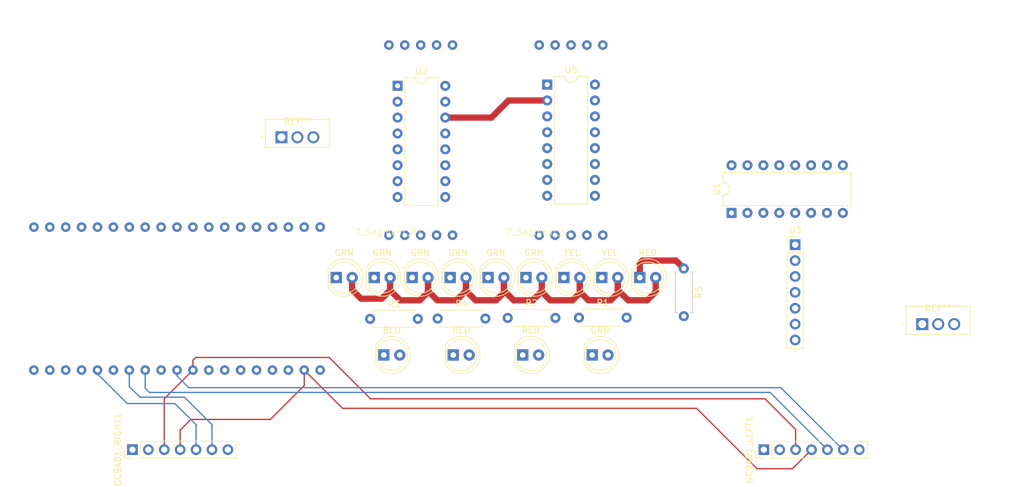
<source format=kicad_pcb>
(kicad_pcb (version 20221018) (generator pcbnew)
  (layers (0 "F.Cu" signal) (31 "B.Cu" signal) (34 "B.Paste" user) (35 "F.Paste" user) (36 "B.SilkS" user "B.Silkscreen") (37 "F.SilkS" user "F.Silkscreen") (38 "B.Mask" user) (39 "F.Mask" user) (44 "Edge.Cuts" user))
  (net 0 "")
  (net 1 "Net-(7_Segment_L1-E)")
  (net 2 "Net-(7_Segment_L1-D)")
  (net 3 "+5V")
  (net 4 "Net-(7_Segment_L1-C)")
  (net 5 "Net-(7_Segment_L1-DP)")
  (net 6 "Net-(7_Segment_L1-B)")
  (net 7 "Net-(7_Segment_L1-A)")
  (net 8 "Net-(7_Segment_L1-F)")
  (net 9 "Net-(7_Segment_L1-G)")
  (net 10 "Net-(7_Segment_R1-E)")
  (net 11 "Net-(7_Segment_R1-D)")
  (net 12 "Net-(7_Segment_R1-C)")
  (net 13 "Net-(7_Segment_R1-DP)")
  (net 14 "Net-(7_Segment_R1-B)")
  (net 15 "Net-(7_Segment_R1-A)")
  (net 16 "Net-(7_Segment_R1-F)")
  (net 17 "Net-(7_Segment_R1-G)")
  (net 18 "Net-(CVT_TEMP1-K)")
  (net 19 "Net-(CVT_TEMP1-A)")
  (net 20 "Net-(D5-K)")
  (net 21 "+3V3")
  (net 22 "Net-(D6-K)")
  (net 23 "Net-(D7-K)")
  (net 24 "Net-(D8-K)")
  (net 25 "Net-(D9-K)")
  (net 26 "Net-(D10-K)")
  (net 27 "Net-(D11-K)")
  (net 28 "Net-(D12-K)")
  (net 29 "Net-(D13-K)")
  (net 30 "Net-(DAQ1-K)")
  (net 31 "Net-(DAQ1-A)")
  (net 32 "Net-(LOW_BATT1-K)")
  (net 33 "Net-(ESP1-GPIO33)")
  (net 34 "Net-(PWR_STATUS1-K)")
  (net 35 "GND")
  (net 36 "Net-(ESP1-GPIO21_I2C_SDA)")
  (net 37 "Net-(ESP1-GPIO22_I2C_SCL)")
  (footprint "LED_THT:LED_D5.0mm" (layer "F.Cu") (at 174.867126 111.9404)
    (fp_text reference "YEL")
    (fp_text value "LED")
  )
  (footprint "LED_THT:LED_D5.0mm" (layer "F.Cu") (at 162.225 124.32)
    (fp_text reference "RED")
    (fp_text value "LED")
  )
  (footprint "Connector_PinHeader_2.54mm:PinHeader_1x07_P2.54mm_Vertical" (layer "F.Cu") (at 200.733619 139.4571 90)
    (fp_text reference "GC9A01_LEFT1")
    (fp_text value "~")
  )
  (footprint "LED_THT:LED_D5.0mm" (layer "F.Cu") (at 168.807126 111.9404)
    (fp_text reference "YEL")
    (fp_text value "LED")
  )
  (footprint "LED_THT:LED_D5.0mm" (layer "F.Cu") (at 150.627126 111.9404)
    (fp_text reference "GRN")
    (fp_text value "LED")
  )
  (footprint "LED_THT:LED_D5.0mm" (layer "F.Cu") (at 144.567126 111.9404)
    (fp_text reference "GRN")
    (fp_text value "LED")
  )
  (footprint "Resistor_THT:R_Axial_DIN0207_L6.3mm_D2.5mm_P7.62mm_Horizontal" (layer "F.Cu") (at 159.82656 118.388735)
    (fp_text reference locked "R2")
    (fp_text value "4.7k")
  )
  (footprint "Custom_Footprints_Library:ESP32_Footprint" (layer "F.Cu") (at 129.873619 126.731 90)
    (fp_text reference "ESP1" hide)
    (fp_text value "~")
  )
  (footprint "Resistor_THT:R_Axial_DIN0207_L6.3mm_D2.5mm_P7.62mm_Horizontal" (layer "F.Cu") (at 137.85425 118.535871)
    (fp_text reference "R3")
    (fp_text value "4.7k")
  )
  (footprint "LED_THT:LED_D5.0mm" (layer "F.Cu") (at 140.045 124.32)
    (fp_text reference "BLU")
    (fp_text value "LED")
  )
  (footprint "Package_DIP:DIP-16_W7.62mm" (layer "F.Cu") (at 166.13894 81.084999)
    (fp_text reference "U5")
    (fp_text value "~")
  )
  (footprint "Resistor_THT:R_Axial_DIN0207_L6.3mm_D2.5mm_P7.62mm_Horizontal" (layer "F.Cu") (at 148.644224 118.486826)
    (fp_text reference "R4")
    (fp_text value "4.7k")
  )
  (footprint "Connector_PinHeader_2.54mm:PinHeader_1x07_P2.54mm_Vertical" (layer "F.Cu") (at 99.893619 139.45 90)
    (fp_text reference "GC9A01_RIGHT1")
    (fp_text value "~")
  )
  (footprint "Custom_Footprints_Library:TO255P1020X450X1968-3" (layer "F.Cu") (at 228.59 118.775)
    (fp_text reference "REF**")
    (fp_text value "3.3V Regulator")
  )
  (footprint "Package_DIP:DIP-16_W7.62mm" (layer "F.Cu") (at 195.58 101.6 90)
    (fp_text reference "U1")
    (fp_text value "~")
  )
  (footprint "Custom_Footprints_Library:Kingbright SA10-21SRWA" (layer "F.Cu") (at 164.85894 105.159999)
    (fp_text reference "7_Segment_L1")
    (fp_text value "KCSA02-105" hide)
  )
  (footprint "Custom_Footprints_Library:TO255P1020X450X1968-3" (layer "F.Cu") (at 126.238 88.9)
    (fp_text reference "REF**")
    (fp_text value "5V Regulator")
  )
  (footprint "LED_THT:LED_D5.0mm" (layer "F.Cu") (at 156.687126 111.9404)
    (fp_text reference "GRN")
    (fp_text value "LED")
  )
  (footprint "LED_THT:LED_D5.0mm" (layer "F.Cu") (at 162.747126 111.9404)
    (fp_text reference "GRN")
    (fp_text value "LED")
  )
  (footprint "Resistor_THT:R_Axial_DIN0207_L6.3mm_D2.5mm_P7.62mm_Horizontal" (layer "F.Cu") (at 171.205078 118.33969)
    (fp_text reference locked "R1")
    (fp_text value "10k")
  )
  (footprint "LED_THT:LED_D5.0mm" (layer "F.Cu") (at 173.315 124.32)
    (fp_text reference "GRN")
    (fp_text value "LED")
  )
  (footprint "LED_THT:LED_D5.0mm" (layer "F.Cu") (at 180.927126 111.9404)
    (fp_text reference "RED")
    (fp_text value "LED")
  )
  (footprint "Connector_PinHeader_2.54mm:PinHeader_1x07_P2.54mm_Vertical" (layer "F.Cu") (at 205.74 106.68)
    (fp_text reference "U3")
    (fp_text value "TJA1051T")
  )
  (footprint "Package_DIP:DIP-16_W7.62mm" (layer "F.Cu") (at 142.24 81.28)
    (fp_text reference "U2")
    (fp_text value "~")
  )
  (footprint "LED_THT:LED_D5.0mm" (layer "F.Cu") (at 132.447126 111.9404)
    (fp_text reference "GRN")
    (fp_text value "Fuel LEDs (Full on Right)" hide)
  )
  (footprint "LED_THT:LED_D5.0mm" (layer "F.Cu") (at 151.135 124.32)
    (fp_text reference "RED")
    (fp_text value "LED")
  )
  (footprint "LED_THT:LED_D5.0mm" (layer "F.Cu") (at 138.507126 111.9404)
    (fp_text reference "GRN")
    (fp_text value "LED")
  )
  (footprint "Custom_Footprints_Library:Kingbright SA10-21SRWA" (layer "F.Cu") (at 140.853619 105.16)
    (fp_text reference "7_Segment_R1")
    (fp_text value "KCSA02-105" hide)
  )
  (footprint "Resistor_THT:R_Axial_DIN0207_L6.3mm_D2.5mm_P7.62mm_Horizontal" (layer "B.Cu") (at 187.96 118.11 90)
    (fp_text reference "R5")
    (fp_text value "500R")
  )
  (gr_line (start 224.495441 140.135849) (end 224.760799 139.950925) (stroke (width 0.001059)) (layer "Edge.Cuts"))
  (gr_line (start 226.959535 138.288681) (end 228.425278 136.928226) (stroke (width 0.001059)) (layer "Edge.Cuts"))
  (gr_line (start 149.118425 67.571209) (end 145.103629 67.594486) (stroke (width 0.001059)) (layer "Edge.Cuts"))
  (gr_line (start 114.869037 82.073797) (end 113.58886 82.751935) (stroke (width 0.001059)) (layer "Edge.Cuts"))
  (gr_line (start 205.594941 145.097218) (end 206.590837 145.139299) (stroke (width 0.001059)) (layer "Edge.Cuts"))
  (gr_line (start 80.802417 105.310533) (end 80.742335 105.46157) (stroke (width 0.001059)) (layer "Edge.Cuts"))
  (gr_arc (start 119.304279 143.009363) (mid 119.225124 143.030453) (end 119.14499 143.04745) (stroke (width 0.001059)) (layer "Edge.Cuts"))
  (gr_line (start 123.303593 76.000479) (end 122.513736 76.681527) (stroke (width 0.001059)) (layer "Edge.Cuts"))
  (gr_line (start 114.073171 144.514819) (end 115.617048 144.140243) (stroke (width 0.001059)) (layer "Edge.Cuts"))
  (gr_line (start 88.878677 93.882279) (end 87.549618 95.155743) (stroke (width 0.001059)) (layer "Edge.Cuts"))
  (gr_line (start 235.03495 127.117067) (end 235.14012 126.850835) (stroke (width 0.001059)) (layer "Edge.Cuts"))
  (gr_line (start 80.490793 106.272779) (end 80.369222 106.55678) (stroke (width 0.001059)) (layer "Edge.Cuts"))
  (gr_line (start 233.089817 131.00331) (end 233.39552 130.463466) (stroke (width 0.001059)) (layer "Edge.Cuts"))
  (gr_line (start 128.533006 140.398897) (end 128.97715 140.324983) (stroke (width 0.001059)) (layer "Edge.Cuts"))
  (gr_arc (start 107.807454 85.488971) (mid 107.882193 85.442277) (end 107.959878 85.400667) (stroke (width 0.001059)) (layer "Edge.Cuts"))
  (gr_line (start 127.673958 72.310135) (end 126.208065 73.429994) (stroke (width 0.001059)) (layer "Edge.Cuts"))
  (gr_line (start 178.168518 68.247565) (end 177.521079 68.136152) (stroke (width 0.001059)) (layer "Edge.Cuts"))
  (gr_line (start 79.365566 121.73089) (end 79.642925 122.877898) (stroke (width 0.001059)) (layer "Edge.Cuts"))
  (gr_line (start 237.14861 117.88604) (end 237.191363 117.427536) (stroke (width 0.001059)) (layer "Edge.Cuts"))
  (gr_line (start 212.95177 144.745766) (end 213.870209 144.577423) (stroke (width 0.001059)) (layer "Edge.Cuts"))
  (gr_line (start 111.696743 83.691569) (end 109.827917 84.591433) (stroke (width 0.001059)) (layer "Edge.Cuts"))
  (gr_line (start 80.959704 104.981659) (end 80.873359 105.162588) (stroke (width 0.001059)) (layer "Edge.Cuts"))
  (gr_line (start 90.573735 92.520052) (end 90.487989 92.578572) (stroke (width 0.001059)) (layer "Edge.Cuts"))
  (gr_line (start 201.08031 81.978886) (end 200.923101 81.880657) (stroke (width 0.001059)) (layer "Edge.Cuts"))
  (gr_line (start 132.162158 69.781298) (end 131.375194 70.148958) (stroke (width 0.001059)) (layer "Edge.Cuts"))
  (gr_line (start 83.826011 99.48321) (end 83.625419 99.784383) (stroke (width 0.001059)) (layer "Edge.Cuts"))
  (gr_line (start 234.625495 128.16155) (end 235.03495 127.117067) (stroke (width 0.001059)) (layer "Edge.Cuts"))
  (gr_line (start 187.585151 140.418467) (end 188.070836 140.502025) (stroke (width 0.001059)) (layer "Edge.Cuts"))
  (gr_line (start 210.343477 86.182177) (end 208.096832 85.402037) (stroke (width 0.001059)) (layer "Edge.Cuts"))
  (gr_line (start 79.033976 119.735803) (end 79.180569 120.782483) (stroke (width 0.001059)) (layer "Edge.Cuts"))
  (gr_line (start 78.767229 115.223337) (end 78.74 116.126005) (stroke (width 0.001059)) (layer "Edge.Cuts"))
  (gr_line (start 117.623358 80.34927) (end 115.902984 81.458971) (stroke (width 0.001059)) (layer "Edge.Cuts"))
  (gr_line (start 232.277546 132.445073) (end 232.406486 132.235192) (stroke (width 0.001059)) (layer "Edge.Cuts"))
  (gr_line (start 83.19989 100.54742) (end 82.870161 101.134724) (stroke (width 0.001059)) (layer "Edge.Cuts"))
  (gr_line (start 81.728506 103.13117) (end 81.552778 103.493414) (stroke (width 0.001059)) (layer "Edge.Cuts"))
  (gr_line (start 79.544968 109.442743) (end 79.210173 110.967849) (stroke (width 0.001059)) (layer "Edge.Cuts"))
  (gr_line (start 236.99222 120.396166) (end 237.051325 119.884034) (stroke (width 0.001059)) (layer "Edge.Cuts"))
  (gr_line (start 80.424499 125.733506) (end 80.776936 126.60779) (stroke (width 0.001059)) (layer "Edge.Cuts"))
  (gr_line (start 130.681095 140.118726) (end 131.339747 140.002798) (stroke (width 0.001059)) (layer "Edge.Cuts"))
  (gr_line (start 220.471888 142.382826) (end 220.944633 142.159098) (stroke (width 0.001059)) (layer "Edge.Cuts"))
  (gr_arc (start 182.914414 69.383612) (mid 182.853068 69.379819) (end 182.792656 69.368502) (stroke (width 0.001059)) (layer "Edge.Cuts"))
  (gr_line (start 108.880368 84.998646) (end 108.551768 85.131145) (stroke (width 0.001059)) (layer "Edge.Cuts"))
  (gr_arc (start 207.423028 85.049001) (mid 207.486579 85.077384) (end 207.548586 85.108998) (stroke (width 0.001059)) (layer "Edge.Cuts"))
  (gr_line (start 128.02071 140.501627) (end 128.533006 140.398897) (stroke (width 0.001059)) (layer "Edge.Cuts"))
  (gr_line (start 237.073109 119.43168) (end 237.084177 118.977815) (stroke (width 0.001059)) (layer "Edge.Cuts"))
  (gr_line (start 106.258975 85.987339) (end 105.092466 86.384112) (stroke (width 0.001059)) (layer "Edge.Cuts"))
  (gr_arc (start 84.964168 133.925053) (mid 84.761582 133.70345) (end 84.576552 133.46699) (stroke (width 0.001059)) (layer "Edge.Cuts"))
  (gr_arc (start 180.792299 68.777733) (mid 180.904574 68.795397) (end 181.015762 68.818952) (stroke (width 0.001059)) (layer "Edge.Cuts"))
  (gr_arc (start 81.382824 128.172725) (mid 81.365332 128.12062) (end 81.359409 128.065977) (stroke (width 0.001059)) (layer "Edge.Cuts"))
  (gr_line (start 237.084177 118.977815) (end 237.111278 118.432601) (stroke (width 0.001059)) (layer "Edge.Cuts"))
  (gr_line (start 128.932315 71.449465) (end 127.673958 72.310135) (stroke (width 0.001059)) (layer "Edge.Cuts"))
  (gr_line (start 215.128768 87.626372) (end 214.50934 87.437865) (stroke (width 0.001059)) (layer "Edge.Cuts"))
  (gr_arc (start 234.155142 129.21448) (mid 234.053113 129.397811) (end 233.942285 129.575961) (stroke (width 0.001059)) (layer "Edge.Cuts"))
  (gr_arc (start 200.513472 81.655615) (mid 199.724839 81.224646) (end 198.964434 80.745626) (stroke (width 0.001059)) (layer "Edge.Cuts"))
  (gr_line (start 229.918606 96.614143) (end 229.420041 96.092529) (stroke (width 0.001059)) (layer "Edge.Cuts"))
  (gr_line (start 81.914766 129.189542) (end 82.152024 129.599729) (stroke (width 0.001059)) (layer "Edge.Cuts"))
  (gr_line (start 216.003517 144.069492) (end 216.327477 143.956979) (stroke (width 0.001059)) (layer "Edge.Cuts"))
  (gr_line (start 109.45635 145.128639) (end 110.513869 145.075432) (stroke (width 0.001059)) (layer "Edge.Cuts"))
  (gr_arc (start 119.831647 78.825528) (mid 119.617875 79.015982) (end 119.387181 79.185546) (stroke (width 0.001059)) (layer "Edge.Cuts"))
  (gr_line (start 221.948686 141.700263) (end 222.376571 141.494514) (stroke (width 0.001059)) (layer "Edge.Cuts"))
  (gr_line (start 91.454069 140.03432) (end 91.756647 140.231936) (stroke (width 0.001059)) (layer "Edge.Cuts"))
  (gr_arc (start 207.217746 84.994523) (mid 207.261965 84.997713) (end 207.305272 85.007206) (stroke (width 0.001059)) (layer "Edge.Cuts"))
  (gr_line (start 82.152024 129.599729) (end 82.40576 130.04226) (stroke (width 0.001059)) (layer "Edge.Cuts"))
  (gr_arc (start 173.006257 67.695933) (mid 173.68059 67.737631) (end 174.351991 67.813031) (stroke (width 0.001059)) (layer "Edge.Cuts"))
  (gr_line (start 235.262889 126.551004) (end 235.38385 126.26397) (stroke (width 0.001059)) (layer "Edge.Cuts"))
  (gr_line (start 200.197974 144.076315) (end 200.532079 144.189859) (stroke (width 0.001059)) (layer "Edge.Cuts"))
  (gr_line (start 85.700514 134.786511) (end 85.96331 135.124388) (stroke (width 0.001059)) (layer "Edge.Cuts"))
  (gr_line (start 200.729802 81.769592) (end 200.513472 81.655615) (stroke (width 0.001059)) (layer "Edge.Cuts"))
  (gr_line (start 107.215488 85.683564) (end 106.938329 85.761387) (stroke (width 0.001059)) (layer "Edge.Cuts"))
  (gr_line (start 223.443145 140.81331) (end 223.808973 140.581947) (stroke (width 0.001059)) (layer "Edge.Cuts"))
  (gr_line (start 79.138455 111.387759) (end 79.044343 112.142873) (stroke (width 0.001059)) (layer "Edge.Cuts"))
  (gr_line (start 233.386793 101.464202) (end 233.176837 101.077973) (stroke (width 0.001059)) (layer "Edge.Cuts"))
  (gr_arc (start 219.906245 142.67385) (mid 219.701911 142.792133) (end 219.487211 142.890352) (stroke (width 0.001059)) (layer "Edge.Cuts"))
  (gr_arc (start 216.003517 144.069492) (mid 215.779723 144.143982) (end 215.552309 144.206558) (stroke (width 0.001059)) (layer "Edge.Cuts"))
  (gr_arc (start 80.687354 105.68203) (mid 80.690513 105.638491) (end 80.699482 105.595768) (stroke (width 0.001059)) (layer "Edge.Cuts"))
  (gr_arc (start 85.483912 97.404314) (mid 85.863403 96.926668) (end 86.268888 96.470882) (stroke (width 0.001059)) (layer "Edge.Cuts"))
  (gr_arc (start 232.701013 100.256253) (mid 232.876809 100.526165) (end 233.034035 100.807299) (stroke (width 0.001059)) (layer "Edge.Cuts"))
  (gr_line (start 233.176837 101.077973) (end 233.034035 100.807299) (stroke (width 0.001059)) (layer "Edge.Cuts"))
  (gr_line (start 200.532079 144.189859) (end 200.8728 144.295601) (stroke (width 0.001059)) (layer "Edge.Cuts"))
  (gr_line (start 123.063713 141.729306) (end 124.638865 141.275478) (stroke (width 0.001059)) (layer "Edge.Cuts"))
  (gr_line (start 85.154202 134.130076) (end 85.41723 134.439006) (stroke (width 0.001059)) (layer "Edge.Cuts"))
  (gr_line (start 78.863732 113.928539) (end 78.767229 115.223337) (stroke (width 0.001059)) (layer "Edge.Cuts"))
  (gr_line (start 81.382824 128.172725) (end 81.522545 128.46535) (stroke (width 0.001059)) (layer "Edge.Cuts"))
  (gr_line (start 216.633084 143.860996) (end 216.891611 143.788401) (stroke (width 0.001059)) (layer "Edge.Cuts"))
  (gr_arc (start 199.111676 143.736833) (mid 198.861949 143.680044) (end 198.616564 143.606733) (stroke (width 0.001059)) (layer "Edge.Cuts"))
  (gr_line (start 234.285858 103.098381) (end 233.844964 102.287644) (stroke (width 0.001059)) (layer "Edge.Cuts"))
  (gr_line (start 194.112604 142.080043) (end 196.373914 142.850365) (stroke (width 0.001059)) (layer "Edge.Cuts"))
  (gr_line (start 123.818395 75.512531) (end 123.303593 76.000479) (stroke (width 0.001059)) (layer "Edge.Cuts"))
  (gr_arc (start 207.305272 85.007206) (mid 207.364706 85.026536) (end 207.423028 85.049001) (stroke (width 0.001059)) (layer "Edge.Cuts"))
  (gr_line (start 112.648519 144.794645) (end 114.073171 144.514819) (stroke (width 0.001059)) (layer "Edge.Cuts"))
  (gr_line (start 84.440701 98.729045) (end 84.222829 98.977873) (stroke (width 0.001059)) (layer "Edge.Cuts"))
  (gr_arc (start 97.077985 88.876688) (mid 97.490181 88.702855) (end 97.912358 88.554905) (stroke (width 0.001059)) (layer "Edge.Cuts"))
  (gr_line (start 115.902984 81.458971) (end 114.869037 82.073797) (stroke (width 0.001059)) (layer "Edge.Cuts"))
  (gr_line (start 229.420041 96.092529) (end 228.848304 95.518731) (stroke (width 0.001059)) (layer "Edge.Cuts"))
  (gr_line (start 217.11013 88.23072) (end 216.478741 88.040646) (stroke (width 0.001059)) (layer "Edge.Cuts"))
  (gr_arc (start 236.906625 120.897508) (mid 236.859927 121.107776) (end 236.803909 121.315755) (stroke (width 0.001059)) (layer "Edge.Cuts"))
  (gr_line (start 192.891872 141.663584) (end 193.128713 141.716632) (stroke (width 0.001059)) (layer "Edge.Cuts"))
  (gr_line (start 203.757026 83.41099) (end 202.034068 82.544386) (stroke (width 0.001059)) (layer "Edge.Cuts"))
  (gr_arc (start 224.823023 139.886663) (mid 224.850279 139.852145) (end 224.882954 139.822706) (stroke (width 0.001059)) (layer "Edge.Cuts"))
  (gr_line (start 182.270043 69.214836) (end 181.974894 69.110126) (stroke (width 0.001059)) (layer "Edge.Cuts"))
  (gr_line (start 120.862512 78.001698) (end 120.538482 78.247955) (stroke (width 0.001059)) (layer "Edge.Cuts"))
  (gr_line (start 226.01393 92.918898) (end 225.59159 92.616426) (stroke (width 0.001059)) (layer "Edge.Cuts"))
  (gr_line (start 80.137873 107.178104) (end 79.856686 108.17532) (stroke (width 0.001059)) (layer "Edge.Cuts"))
  (gr_line (start 206.959906 84.941854) (end 206.256016 84.630832) (stroke (width 0.001059)) (layer "Edge.Cuts"))
  (gr_line (start 90.487989 92.578572) (end 90.415616 92.631515) (stroke (width 0.001059)) (layer "Edge.Cuts"))
  (gr_line (start 93.286872 141.307788) (end 95.954774 142.558021) (stroke (width 0.001059)) (layer "Edge.Cuts"))
  (gr_line (start 231.077886 98.042456) (end 230.230887 96.971661) (stroke (width 0.001059)) (layer "Edge.Cuts"))
  (gr_line (start 78.874975 118.234997) (end 79.033976 119.735803) (stroke (width 0.001059)) (layer "Edge.Cuts"))
  (gr_line (start 233.668806 130.006218) (end 233.942285 129.575961) (stroke (width 0.001059)) (layer "Edge.Cuts"))
  (gr_line (start 227.728298 94.453662) (end 227.209399 93.964612) (stroke (width 0.001059)) (layer "Edge.Cuts"))
  (gr_line (start 84.768429 98.326558) (end 84.440701 98.729045) (stroke (width 0.001059)) (layer "Edge.Cuts"))
  (gr_line (start 109.827917 84.591433) (end 108.880368 84.998646) (stroke (width 0.001059)) (layer "Edge.Cuts"))
  (gr_arc (start 222.365098 90.487186) (mid 222.930291 90.810516) (end 223.472531 91.171017) (stroke (width 0.001059)) (layer "Edge.Cuts"))
  (gr_line (start 84.964168 133.925053) (end 85.154202 134.130076) (stroke (width 0.001059)) (layer "Edge.Cuts"))
  (gr_line (start 90.023063 92.945752) (end 89.837748 93.085111) (stroke (width 0.001059)) (layer "Edge.Cuts"))
  (gr_line (start 82.450054 101.86829) (end 81.89471 102.825951) (stroke (width 0.001059)) (layer "Edge.Cuts"))
  (gr_line (start 181.661931 69.001098) (end 181.325987 68.899673) (stroke (width 0.001059)) (layer "Edge.Cuts"))
  (gr_line (start 235.14012 126.850835) (end 235.262889 126.551004) (stroke (width 0.001059)) (layer "Edge.Cuts"))
  (gr_line (start 198.964434 80.745626) (end 196.939017 79.307735) (stroke (width 0.001059)) (layer "Edge.Cuts"))
  (gr_line (start 118.770794 143.147535) (end 118.991086 143.082969) (stroke (width 0.001059)) (layer "Edge.Cuts"))
  (gr_line (start 182.897619 139.7) (end 184.647118 139.99461) (stroke (width 0.001059)) (layer "Edge.Cuts"))
  (gr_line (start 79.856686 108.17532) (end 79.544968 109.442743) (stroke (width 0.001059)) (layer "Edge.Cuts"))
  (gr_line (start 217.551151 88.36025) (end 217.11013 88.23072) (stroke (width 0.001059)) (layer "Edge.Cuts"))
  (gr_line (start 236.485599 109.376296) (end 236.403177 108.927211) (stroke (width 0.001059)) (layer "Edge.Cuts"))
  (gr_line (start 236.011172 124.600694) (end 236.233712 123.801967) (stroke (width 0.001059)) (layer "Edge.Cuts"))
  (gr_line (start 175.646562 67.965288) (end 174.994833 67.89506) (stroke (width 0.001059)) (layer "Edge.Cuts"))
  (gr_line (start 126.208065 73.429994) (end 124.818964 74.577285) (stroke (width 0.001059)) (layer "Edge.Cuts"))
  (gr_line (start 136.954399 68.420268) (end 134.286091 69.025692) (stroke (width 0.001059)) (layer "Edge.Cuts"))
  (gr_line (start 81.301408 127.822714) (end 81.347294 127.974803) (stroke (width 0.001059)) (layer "Edge.Cuts"))
  (gr_line (start 236.466283 122.680608) (end 236.574196 122.200751) (stroke (width 0.001059)) (layer "Edge.Cuts"))
  (gr_arc (start 107.435683 85.654984) (mid 107.387885 85.664283) (end 107.33929 85.667407) (stroke (width 0.001059)) (layer "Edge.Cuts"))
  (gr_arc (start 84.036388 99.197814) (mid 84.127185 99.085789) (end 84.222829 98.977873) (stroke (width 0.001059)) (layer "Edge.Cuts"))
  (gr_line (start 235.482179 126.040453) (end 235.751012 125.379572) (stroke (width 0.001059)) (layer "Edge.Cuts"))
  (gr_line (start 209.570292 145.120267) (end 210.638331 145.062237) (stroke (width 0.001059)) (layer "Edge.Cuts"))
  (gr_arc (start 98.988972 143.735318) (mid 98.994974 143.72336) (end 99.008167 143.721056) (stroke (width 0.001059)) (layer "Edge.Cuts"))
  (gr_line (start 110.513869 145.075432) (end 111.487426 144.972362) (stroke (width 0.001059)) (layer "Edge.Cuts"))
  (gr_line (start 201.369139 144.423004) (end 201.603512 144.46354) (stroke (width 0.001059)) (layer "Edge.Cuts"))
  (gr_line (start 235.919831 107.14505) (end 235.497637 105.936132) (stroke (width 0.001059)) (layer "Edge.Cuts"))
  (gr_arc (start 237.25345 116.020157) (mid 237.245074 116.724846) (end 237.191363 117.427536) (stroke (width 0.001059)) (layer "Edge.Cuts"))
  (gr_line (start 81.280762 104.153262) (end 81.182108 104.429832) (stroke (width 0.001059)) (layer "Edge.Cuts"))
  (gr_line (start 228.425278 136.928226) (end 229.902451 135.367029) (stroke (width 0.001059)) (layer "Edge.Cuts"))
  (gr_line (start 235.163147 105.189254) (end 235.10248 105.039964) (stroke (width 0.001059)) (layer "Edge.Cuts"))
  (gr_line (start 220.944633 142.159098) (end 221.453878 141.926767) (stroke (width 0.001059)) (layer "Edge.Cuts"))
  (gr_line (start 179.426847 68.513013) (end 178.806285 68.378335) (stroke (width 0.001059)) (layer "Edge.Cuts"))
  (gr_line (start 105.109589 145.060015) (end 106.254587 145.133663) (stroke (width 0.001059)) (layer "Edge.Cuts"))
  (gr_line (start 81.552778 103.493414) (end 81.393921 103.854243) (stroke (width 0.001059)) (layer "Edge.Cuts"))
  (gr_arc (start 208.096832 85.402037) (mid 207.872561 85.305806) (end 207.663454 85.179982) (stroke (width 0.001059)) (layer "Edge.Cuts"))
  (gr_line (start 80.671146 105.782123) (end 80.593561 106.006861) (stroke (width 0.001059)) (layer "Edge.Cuts"))
  (gr_line (start 186.77918 140.319464) (end 187.204078 140.36949) (stroke (width 0.001059)) (layer "Edge.Cuts"))
  (gr_line (start 81.89471 102.825951) (end 81.728506 103.13117) (stroke (width 0.001059)) (layer "Edge.Cuts"))
  (gr_line (start 118.529276 143.226121) (end 118.770794 143.147535) (stroke (width 0.001059)) (layer "Edge.Cuts"))
  (gr_line (start 95.187075 89.759218) (end 93.154823 90.729602) (stroke (width 0.001059)) (layer "Edge.Cuts"))
  (gr_line (start 188.095471 72.128146) (end 187.835579 71.944156) (stroke (width 0.001059)) (layer "Edge.Cuts"))
  (gr_line (start 229.902451 135.367029) (end 231.212513 133.77862) (stroke (width 0.001059)) (layer "Edge.Cuts"))
  (gr_line (start 225.38502 139.458286) (end 225.697773 139.24709) (stroke (width 0.001059)) (layer "Edge.Cuts"))
  (gr_line (start 218.428494 143.303159) (end 219.487211 142.890352) (stroke (width 0.001059)) (layer "Edge.Cuts"))
  (gr_line (start 79.210173 110.967849) (end 79.138455 111.387759) (stroke (width 0.001059)) (layer "Edge.Cuts"))
  (gr_line (start 196.939017 79.307735) (end 194.588799 77.47265) (stroke (width 0.001059)) (layer "Edge.Cuts"))
  (gr_arc (start 101.172035 144.417125) (mid 101.057794 144.393766) (end 100.944783 144.365044) (stroke (width 0.001059)) (layer "Edge.Cuts"))
  (gr_arc (start 92.933015 90.918794) (mid 93.031626 90.809785) (end 93.154823 90.729602) (stroke (width 0.001059)) (layer "Edge.Cuts"))
  (gr_arc (start 129.513279 140.288556) (mid 129.375611 140.301331) (end 129.237418 140.305596) (stroke (width 0.001059)) (layer "Edge.Cuts"))
  (gr_arc (start 207.217746 84.994523) (mid 207.086163 84.981225) (end 206.959906 84.941854) (stroke (width 0.001059)) (layer "Edge.Cuts"))
  (gr_line (start 236.906625 120.897508) (end 236.99222 120.396166) (stroke (width 0.001059)) (layer "Edge.Cuts"))
  (gr_arc (start 222.799646 141.260727) (mid 222.771787 141.290796) (end 222.737674 141.313527) (stroke (width 0.001059)) (layer "Edge.Cuts"))
  (gr_line (start 90.662616 92.463536) (end 90.573735 92.520052) (stroke (width 0.001059)) (layer "Edge.Cuts"))
  (gr_line (start 228.848304 95.518731) (end 228.279523 94.972102) (stroke (width 0.001059)) (layer "Edge.Cuts"))
  (gr_line (start 126.980193 140.751824) (end 127.50287 140.623216) (stroke (width 0.001059)) (layer "Edge.Cuts"))
  (gr_line (start 203.59909 144.822303) (end 204.702314 145.001303) (stroke (width 0.001059)) (layer "Edge.Cuts"))
  (gr_line (start 100.225715 144.141225) (end 100.604609 144.264747) (stroke (width 0.001059)) (layer "Edge.Cuts"))
  (gr_line (start 216.478741 88.040646) (end 215.785422 87.82928) (stroke (width 0.001059)) (layer "Edge.Cuts"))
  (gr_line (start 99.078175 88.178479) (end 98.663263 88.313798) (stroke (width 0.001059)) (layer "Edge.Cuts"))
  (gr_line (start 176.221471 68.01613) (end 175.646562 67.965288) (stroke (width 0.001059)) (layer "Edge.Cuts"))
  (gr_arc (start 91.454069 140.03432) (mid 90.789722 139.584906) (end 90.152751 139.097465) (stroke (width 0.001059)) (layer "Edge.Cuts"))
  (gr_arc (start 226.371811 93.188279) (mid 226.47208 93.270001) (end 226.567797 93.357011) (stroke (width 0.001059)) (layer "Edge.Cuts"))
  (gr_line (start 81.237544 127.648529) (end 81.301408 127.822714) (stroke (width 0.001059)) (layer "Edge.Cuts"))
  (gr_line (start 108.551768 85.131145) (end 108.232122 85.271333) (stroke (width 0.001059)) (layer "Edge.Cuts"))
  (gr_line (start 121.648827 77.392466) (end 120.862512 78.001698) (stroke (width 0.001059)) (layer "Edge.Cuts"))
  (gr_line (start 106.609865 85.864826) (end 106.258975 85.987339) (stroke (width 0.001059)) (layer "Edge.Cuts"))
  (gr_line (start 236.233712 123.801967) (end 236.388249 123.079763) (stroke (width 0.001059)) (layer "Edge.Cuts"))
  (gr_line (start 182.552398 69.303275) (end 182.270043 69.214836) (stroke (width 0.001059)) (layer "Edge.Cuts"))
  (gr_line (start 176.585768 68.032019) (end 176.221471 68.01613) (stroke (width 0.001059)) (layer "Edge.Cuts"))
  (gr_line (start 184.647118 139.99461) (end 185.376144 140.113286) (stroke (width 0.001059)) (layer "Edge.Cuts"))
  (gr_line (start 80.593561 106.006861) (end 80.490793 106.272779) (stroke (width 0.001059)) (layer "Edge.Cuts"))
  (gr_line (start 126.45339 140.875613) (end 126.980193 140.751824) (stroke (width 0.001059)) (layer "Edge.Cuts"))
  (gr_line (start 217.336495 143.708612) (end 218.428494 143.303159) (stroke (width 0.001059)) (layer "Edge.Cuts"))
  (gr_line (start 235.751012 125.379572) (end 236.011172 124.600694) (stroke (width 0.001059)) (layer "Edge.Cuts"))
  (gr_line (start 185.376144 140.113286) (end 186.119893 140.226258) (stroke (width 0.001059)) (layer "Edge.Cuts"))
  (gr_arc (start 194.112604 142.080043) (mid 193.902501 141.998891) (end 193.699333 141.901673) (stroke (width 0.001059)) (layer "Edge.Cuts"))
  (gr_line (start 199.548078 143.859146) (end 199.870101 143.963298) (stroke (width 0.001059)) (layer "Edge.Cuts"))
  (gr_line (start 221.453878 141.926767) (end 221.948686 141.700263) (stroke (width 0.001059)) (layer "Edge.Cuts"))
  (gr_line (start 186.119893 140.226258) (end 186.77918 140.319464) (stroke (width 0.001059)) (layer "Edge.Cuts"))
  (gr_line (start 79.180569 120.782483) (end 79.365566 121.73089) (stroke (width 0.001059)) (layer "Edge.Cuts"))
  (gr_line (start 83.468234 100.054487) (end 83.19989 100.54742) (stroke (width 0.001059)) (layer "Edge.Cuts"))
  (gr_line (start 192.423039 141.562011) (end 192.891872 141.663584) (stroke (width 0.001059)) (layer "Edge.Cuts"))
  (gr_line (start 191.792668 141.410735) (end 192.423039 141.562011) (stroke (width 0.001059)) (layer "Edge.Cuts"))
  (gr_line (start 187.246529 71.453468) (end 185.285619 70.45676) (stroke (width 0.001059)) (layer "Edge.Cuts"))
  (gr_line (start 204.702314 145.001303) (end 205.594941 145.097218) (stroke (width 0.001059)) (layer "Edge.Cuts"))
  (gr_line (start 233.62045 101.887512) (end 233.386793 101.464202) (stroke (width 0.001059)) (layer "Edge.Cuts"))
  (gr_line (start 237.051325 119.884034) (end 237.073109 119.43168) (stroke (width 0.001059)) (layer "Edge.Cuts"))
  (gr_line (start 81.182108 104.429832) (end 81.069419 104.719702) (stroke (width 0.001059)) (layer "Edge.Cuts"))
  (gr_line (start 213.928112 87.269878) (end 213.437792 87.135687) (stroke (width 0.001059)) (layer "Edge.Cuts"))
  (gr_arc (start 236.720271 110.49683) (mid 236.870369 111.256323) (end 236.980263 112.022667) (stroke (width 0.001059)) (layer "Edge.Cuts"))
  (gr_line (start 180.529586 68.735534) (end 180.022606 68.636111) (stroke (width 0.001059)) (layer "Edge.Cuts"))
  (gr_line (start 224.17512 140.349396) (end 224.495441 140.135849) (stroke (width 0.001059)) (layer "Edge.Cuts"))
  (gr_arc (start 216.891611 143.788401) (mid 216.951719 143.776069) (end 217.012843 143.770696) (stroke (width 0.001059)) (layer "Edge.Cuts"))
  (gr_line (start 117.092458 143.72153) (end 118.300746 143.308514) (stroke (width 0.001059)) (layer "Edge.Cuts"))
  (gr_arc (start 92.933015 90.918794) (mid 92.888479 90.971992) (end 92.83506 91.016264) (stroke (width 0.001059)) (layer "Edge.Cuts"))
  (gr_line (start 79.868937 123.796384) (end 79.964449 124.214468) (stroke (width 0.001059)) (layer "Edge.Cuts"))
  (gr_line (start 231.947356 99.202886) (end 231.077886 98.042456) (stroke (width 0.001059)) (layer "Edge.Cuts"))
  (gr_line (start 99.42924 88.062545) (end 99.078175 88.178479) (stroke (width 0.001059)) (layer "Edge.Cuts"))
  (gr_arc (start 107.560431 85.614991) (mid 107.498597 85.636671) (end 107.435683 85.654984) (stroke (width 0.001059)) (layer "Edge.Cuts"))
  (gr_line (start 220.077379 142.57641) (end 220.471888 142.382826) (stroke (width 0.001059)) (layer "Edge.Cuts"))
  (gr_line (start 127.50287 140.623216) (end 128.02071 140.501627) (stroke (width 0.001059)) (layer "Edge.Cuts"))
  (gr_line (start 101.172035 144.417125) (end 103.809023 144.879486) (stroke (width 0.001059)) (layer "Edge.Cuts"))
  (gr_line (start 99.744053 87.960227) (end 99.42924 88.062545) (stroke (width 0.001059)) (layer "Edge.Cuts"))
  (gr_line (start 216.327477 143.956979) (end 216.633084 143.860996) (stroke (width 0.001059)) (layer "Edge.Cuts"))
  (gr_line (start 210.638331 145.062237) (end 211.654313 144.948653) (stroke (width 0.001059)) (layer "Edge.Cuts"))
  (gr_arc (start 128.97715 140.324983) (mid 129.106923 140.310448) (end 129.237418 140.305596) (stroke (width 0.001059)) (layer "Edge.Cuts"))
  (gr_line (start 106.254587 145.133663) (end 108.001488 145.149207) (stroke (width 0.001059)) (layer "Edge.Cuts"))
  (gr_line (start 170.611446 67.632346) (end 166.717064 67.591656) (stroke (width 0.001059)) (layer "Edge.Cuts"))
  (gr_line (start 187.835579 71.944156) (end 187.622195 71.785342) (stroke (width 0.001059)) (layer "Edge.Cuts"))
  (gr_arc (start 219.906245 142.67385) (mid 219.990473 142.622778) (end 220.077379 142.57641) (stroke (width 0.001059)) (layer "Edge.Cuts"))
  (gr_arc (start 98.988972 143.735318) (mid 98.930874 143.842106) (end 98.80966 143.851397) (stroke (width 0.001059)) (layer "Edge.Cuts"))
  (gr_line (start 234.364097 128.782833) (end 234.625495 128.16155) (stroke (width 0.001059)) (layer "Edge.Cuts"))
  (gr_line (start 234.155142 129.21448) (end 234.364097 128.782833) (stroke (width 0.001059)) (layer "Edge.Cuts"))
  (gr_line (start 83.301679 131.585365) (end 83.944731 132.565557) (stroke (width 0.001059)) (layer "Edge.Cuts"))
  (gr_line (start 120.538482 78.247955) (end 120.228601 78.491374) (stroke (width 0.001059)) (layer "Edge.Cuts"))
  (gr_line (start 83.944731 132.565557) (end 84.576552 133.46699) (stroke (width 0.001059)) (layer "Edge.Cuts"))
  (gr_line (start 143.937657 67.634751) (end 140.159393 67.955794) (stroke (width 0.001059)) (layer "Edge.Cuts"))
  (gr_line (start 196.373914 142.850365) (end 198.616564 143.606733) (stroke (width 0.001059)) (layer "Edge.Cuts"))
  (gr_line (start 106.938329 85.761387) (end 106.609865 85.864826) (stroke (width 0.001059)) (layer "Edge.Cuts"))
  (gr_line (start 234.678098 103.887011) (end 234.285858 103.098381) (stroke (width 0.001059)) (layer "Edge.Cuts"))
  (gr_line (start 222.376571 141.494514) (end 222.737674 141.313527) (stroke (width 0.001059)) (layer "Edge.Cuts"))
  (gr_line (start 166.717064 67.591656) (end 159.212099 67.565092) (stroke (width 0.001059)) (layer "Edge.Cuts"))
  (gr_line (start 140.159393 67.955794) (end 136.954399 68.420268) (stroke (width 0.001059)) (layer "Edge.Cuts"))
  (gr_line (start 91.244736 92.092759) (end 90.662616 92.463536) (stroke (width 0.001059)) (layer "Edge.Cuts"))
  (gr_line (start 233.39552 130.463466) (end 233.668806 130.006218) (stroke (width 0.001059)) (layer "Edge.Cuts"))
  (gr_line (start 190.819281 141.166762) (end 191.792668 141.410735) (stroke (width 0.001059)) (layer "Edge.Cuts"))
  (gr_arc (start 132.162158 69.781298) (mid 133.209786 69.363191) (end 134.286091 69.025692) (stroke (width 0.001059)) (layer "Edge.Cuts"))
  (gr_line (start 81.702032 128.811289) (end 81.914766 129.189542) (stroke (width 0.001059)) (layer "Edge.Cuts"))
  (gr_line (start 232.71379 131.692679) (end 233.089817 131.00331) (stroke (width 0.001059)) (layer "Edge.Cuts"))
  (gr_line (start 119.967311 78.703555) (end 119.831647 78.825528) (stroke (width 0.001059)) (layer "Edge.Cuts"))
  (gr_arc (start 213.214702 87.089191) (mid 213.326888 87.109362) (end 213.437792 87.135687) (stroke (width 0.001059)) (layer "Edge.Cuts"))
  (gr_arc (start 182.914414 69.383612) (mid 183.121766 69.407433) (end 183.318313 69.477657) (stroke (width 0.001059)) (layer "Edge.Cuts"))
  (gr_line (start 120.087028 142.74031) (end 121.424631 142.252913) (stroke (width 0.001059)) (layer "Edge.Cuts"))
  (gr_line (start 82.870161 101.134724) (end 82.450054 101.86829) (stroke (width 0.001059)) (layer "Edge.Cuts"))
  (gr_line (start 84.036388 99.197814) (end 83.826011 99.48321) (stroke (width 0.001059)) (layer "Edge.Cuts"))
  (gr_line (start 129.49582 71.118416) (end 128.932315 71.449465) (stroke (width 0.001059)) (layer "Edge.Cuts"))
  (gr_line (start 95.954774 142.558021) (end 98.80966 143.851397) (stroke (width 0.001059)) (layer "Edge.Cuts"))
  (gr_line (start 87.549618 95.155743) (end 86.268888 96.470882) (stroke (width 0.001059)) (layer "Edge.Cuts"))
  (gr_line (start 188.575476 140.603202) (end 189.020865 140.707955) (stroke (width 0.001059)) (layer "Edge.Cuts"))
  (gr_line (start 180.792299 68.777733) (end 180.529586 68.735534) (stroke (width 0.001059)) (layer "Edge.Cuts"))
  (gr_line (start 235.234786 105.337578) (end 235.163147 105.189254) (stroke (width 0.001059)) (layer "Edge.Cuts"))
  (gr_line (start 232.701013 100.256253) (end 231.947356 99.202886) (stroke (width 0.001059)) (layer "Edge.Cuts"))
  (gr_line (start 90.190171 92.817304) (end 90.023063 92.945752) (stroke (width 0.001059)) (layer "Edge.Cuts"))
  (gr_line (start 235.10248 105.039964) (end 235.058924 104.908682) (stroke (width 0.001059)) (layer "Edge.Cuts"))
  (gr_line (start 235.38385 126.26397) (end 235.482179 126.040453) (stroke (width 0.001059)) (layer "Edge.Cuts"))
  (gr_arc (start 86.914408 136.204466) (mid 86.41909 135.681835) (end 85.96331 135.124388) (stroke (width 0.001059)) (layer "Edge.Cuts"))
  (gr_line (start 85.132522 97.864881) (end 84.768429 98.326558) (stroke (width 0.001059)) (layer "Edge.Cuts"))
  (gr_line (start 85.483912 97.404314) (end 85.132522 97.864881) (stroke (width 0.001059)) (layer "Edge.Cuts"))
  (gr_line (start 230.230887 96.971661) (end 229.918606 96.614143) (stroke (width 0.001059)) (layer "Edge.Cuts"))
  (gr_line (start 79.756873 123.329566) (end 79.868937 123.796384) (stroke (width 0.001059)) (layer "Edge.Cuts"))
  (gr_arc (start 107.690941 85.557273) (mid 107.626439 85.587835) (end 107.560431 85.614991) (stroke (width 0.001059)) (layer "Edge.Cuts"))
  (gr_line (start 124.818964 74.577285) (end 123.818395 75.512531) (stroke (width 0.001059)) (layer "Edge.Cuts"))
  (gr_line (start 130.049865 140.216649) (end 130.681095 140.118726) (stroke (width 0.001059)) (layer "Edge.Cuts"))
  (gr_line (start 191.998796 75.29559) (end 190.847352 74.309952) (stroke (width 0.001059)) (layer "Edge.Cuts"))
  (gr_arc (start 101.181683 87.578309) (mid 100.814974 87.677311) (end 100.44386 87.75825) (stroke (width 0.001059)) (layer "Edge.Cuts"))
  (gr_line (start 212.53367 86.92504) (end 210.343477 86.182177) (stroke (width 0.001059)) (layer "Edge.Cuts"))
  (gr_line (start 119.304279 143.009363) (end 119.547913 142.93383) (stroke (width 0.001059)) (layer "Edge.Cuts"))
  (gr_arc (start 234.993164 104.576042) (mid 235.033023 104.699104) (end 235.046966 104.827705) (stroke (width 0.001059)) (layer "Edge.Cuts"))
  (gr_arc (start 88.878677 93.882279) (mid 89.347608 93.470937) (end 89.837748 93.085111) (stroke (width 0.001059)) (layer "Edge.Cuts"))
  (gr_line (start 233.844964 102.287644) (end 233.62045 101.887512) (stroke (width 0.001059)) (layer "Edge.Cuts"))
  (gr_line (start 118.300746 143.308514) (end 118.529276 143.226121) (stroke (width 0.001059)) (layer "Edge.Cuts"))
  (gr_line (start 231.212513 133.77862) (end 231.574231 133.309592) (stroke (width 0.001059)) (layer "Edge.Cuts"))
  (gr_line (start 80.776936 126.60779) (end 81.16196 127.473848) (stroke (width 0.001059)) (layer "Edge.Cuts"))
  (gr_line (start 121.424631 142.252913) (end 123.063713 141.729306) (stroke (width 0.001059)) (layer "Edge.Cuts"))
  (gr_line (start 214.50934 87.437865) (end 213.928112 87.269878) (stroke (width 0.001059)) (layer "Edge.Cuts"))
  (gr_arc (start 217.551151 88.36025) (mid 218.208393 88.571093) (end 218.85194 88.820633) (stroke (width 0.001059)) (layer "Edge.Cuts"))
  (gr_arc (start 217.336495 143.708612) (mid 217.177144 143.752556) (end 217.012843 143.770696) (stroke (width 0.001059)) (layer "Edge.Cuts"))
  (gr_line (start 103.809023 144.879486) (end 105.109589 145.060015) (stroke (width 0.001059)) (layer "Edge.Cuts"))
  (gr_line (start 79.044343 112.142873) (end 78.948305 113.024136) (stroke (width 0.001059)) (layer "Edge.Cuts"))
  (gr_arc (start 201.233534 82.120645) (mid 201.178381 82.079966) (end 201.132778 82.028809) (stroke (width 0.001059)) (layer "Edge.Cuts"))
  (gr_line (start 188.387633 72.324509) (end 188.095471 72.128146) (stroke (width 0.001059)) (layer "Edge.Cuts"))
  (gr_line (start 105.092466 86.384112) (end 103.14758 86.987609) (stroke (width 0.001059)) (layer "Edge.Cuts"))
  (gr_line (start 92.023876 91.570373) (end 91.244736 92.092759) (stroke (width 0.001059)) (layer "Edge.Cuts"))
  (gr_line (start 223.778436 91.385912) (end 223.472531 91.171017) (stroke (width 0.001059)) (layer "Edge.Cuts"))
  (gr_line (start 237.111278 118.432601) (end 237.14861 117.88604) (stroke (width 0.001059)) (layer "Edge.Cuts"))
  (gr_line (start 99.52589 143.88799) (end 99.859911 144.009899) (stroke (width 0.001059)) (layer "Edge.Cuts"))
  (gr_line (start 81.069419 104.719702) (end 80.959704 104.981659) (stroke (width 0.001059)) (layer "Edge.Cuts"))
  (gr_arc (start 232.169283 132.557159) (mid 232.196664 132.526898) (end 232.227479 132.50014) (stroke (width 0.001059)) (layer "Edge.Cuts"))
  (gr_line (start 91.756647 140.231936) (end 92.054892 140.437941) (stroke (width 0.001059)) (layer "Edge.Cuts"))
  (gr_line (start 181.974894 69.110126) (end 181.661931 69.001098) (stroke (width 0.001059)) (layer "Edge.Cuts"))
  (gr_line (start 223.808973 140.581947) (end 224.17512 140.349396) (stroke (width 0.001059)) (layer "Edge.Cuts"))
  (gr_line (start 99.859911 144.009899) (end 100.225715 144.141225) (stroke (width 0.001059)) (layer "Edge.Cuts"))
  (gr_line (start 80.742335 105.46157) (end 80.699482 105.595768) (stroke (width 0.001059)) (layer "Edge.Cuts"))
  (gr_line (start 223.123893 141.023197) (end 223.443145 140.81331) (stroke (width 0.001059)) (layer "Edge.Cuts"))
  (gr_line (start 100.047678 87.866536) (end 99.744053 87.960227) (stroke (width 0.001059)) (layer "Edge.Cuts"))
  (gr_line (start 129.513279 140.288556) (end 130.049865 140.216649) (stroke (width 0.001059)) (layer "Edge.Cuts"))
  (gr_line (start 79.642925 122.877898) (end 79.756873 123.329566) (stroke (width 0.001059)) (layer "Edge.Cuts"))
  (gr_line (start 99.24481 143.794015) (end 99.52589 143.88799) (stroke (width 0.001059)) (layer "Edge.Cuts"))
  (gr_arc (start 90.376056 92.666167) (mid 90.395214 92.648131) (end 90.415616 92.631515) (stroke (width 0.001059)) (layer "Edge.Cuts"))
  (gr_line (start 236.592793 109.911212) (end 236.485599 109.376296) (stroke (width 0.001059)) (layer "Edge.Cuts"))
  (gr_line (start 225.59159 92.616426) (end 225.154741 92.318901) (stroke (width 0.001059)) (layer "Edge.Cuts"))
  (gr_arc (start 236.334659 108.401832) (mid 236.37654 108.57922) (end 236.389435 108.761028) (stroke (width 0.001059)) (layer "Edge.Cuts"))
  (gr_line (start 92.054892 140.437941) (end 92.311129 140.624793) (stroke (width 0.001059)) (layer "Edge.Cuts"))
  (gr_line (start 194.588799 77.47265) (end 191.998796 75.29559) (stroke (width 0.001059)) (layer "Edge.Cuts"))
  (gr_arc (start 213.214702 87.089191) (mid 212.870646 87.021803) (end 212.53367 86.92504) (stroke (width 0.001059)) (layer "Edge.Cuts"))
  (gr_line (start 234.993164 104.576042) (end 234.678098 103.887011) (stroke (width 0.001059)) (layer "Edge.Cuts"))
  (gr_line (start 213.870209 144.577423) (end 214.773989 144.388873) (stroke (width 0.001059)) (layer "Edge.Cuts"))
  (gr_line (start 100.306938 87.790825) (end 100.047678 87.866536) (stroke (width 0.001059)) (layer "Edge.Cuts"))
  (gr_line (start 92.83506 91.016264) (end 92.023876 91.570373) (stroke (width 0.001059)) (layer "Edge.Cuts"))
  (gr_line (start 78.948305 113.024136) (end 78.863732 113.928539) (stroke (width 0.001059)) (layer "Edge.Cuts"))
  (gr_line (start 157.933619 139.7) (end 182.897619 139.7) (stroke (width 0.001059)) (layer "Edge.Cuts"))
  (gr_line (start 88.486999 137.677222) (end 90.152751 139.097465) (stroke (width 0.001059)) (layer "Edge.Cuts"))
  (gr_line (start 237.165859 114.034864) (end 236.980263 112.022667) (stroke (width 0.001059)) (layer "Edge.Cuts"))
  (gr_arc (start 226.959535 138.288681) (mid 226.344362 138.788565) (end 225.697773 139.24709) (stroke (width 0.001059)) (layer "Edge.Cuts"))
  (gr_line (start 78.772366 117.01076) (end 78.874975 118.234997) (stroke (width 0.001059)) (layer "Edge.Cuts"))
  (gr_line (start 193.365787 141.780938) (end 193.571997 141.846666) (stroke (width 0.001059)) (layer "Edge.Cuts"))
  (gr_line (start 224.698157 92.01334) (end 224.216488 91.686658) (stroke (width 0.001059)) (layer "Edge.Cuts"))
  (gr_line (start 174.994833 67.89506) (end 174.351991 67.813031) (stroke (width 0.001059)) (layer "Edge.Cuts"))
  (gr_line (start 80.145135 124.964036) (end 80.424499 125.733506) (stroke (width 0.001059)) (layer "Edge.Cuts"))
  (gr_line (start 81.393921 103.854243) (end 81.280762 104.153262) (stroke (width 0.001059)) (layer "Edge.Cuts"))
  (gr_line (start 224.882954 139.822706) (end 225.109686 139.653842) (stroke (width 0.001059)) (layer "Edge.Cuts"))
  (gr_arc (start 193.571997 141.846666) (mid 193.636729 141.871707) (end 193.699333 141.901673) (stroke (width 0.001059)) (layer "Edge.Cuts"))
  (gr_line (start 120.228601 78.491374) (end 119.967311 78.703555) (stroke (width 0.001059)) (layer "Edge.Cuts"))
  (gr_line (start 236.692747 121.719646) (end 236.803909 121.315755) (stroke (width 0.001059)) (layer "Edge.Cuts"))
  (gr_line (start 202.176497 144.565861) (end 202.859536 144.688593) (stroke (width 0.001059)) (layer "Edge.Cuts"))
  (gr_line (start 189.756475 73.399724) (end 188.829181 72.645838) (stroke (width 0.001059)) (layer "Edge.Cuts"))
  (gr_line (start 99.008167 143.721056) (end 99.24481 143.794015) (stroke (width 0.001059)) (layer "Edge.Cuts"))
  (gr_line (start 80.873359 105.162588) (end 80.802417 105.310533) (stroke (width 0.001059)) (layer "Edge.Cuts"))
  (gr_line (start 222.365098 90.487186) (end 220.633584 89.619299) (stroke (width 0.001059)) (layer "Edge.Cuts"))
  (gr_arc (start 81.347294 127.974803) (mid 81.35637 128.019989) (end 81.359409 128.065977) (stroke (width 0.001059)) (layer "Edge.Cuts"))
  (gr_line (start 125.702471 141.036421) (end 125.990587 140.979346) (stroke (width 0.001059)) (layer "Edge.Cuts"))
  (gr_line (start 185.285619 70.45676) (end 183.318313 69.477657) (stroke (width 0.001059)) (layer "Edge.Cuts"))
  (gr_line (start 81.522545 128.46535) (end 81.702032 128.811289) (stroke (width 0.001059)) (layer "Edge.Cuts"))
  (gr_line (start 226.772361 93.551845) (end 226.567797 93.357011) (stroke (width 0.001059)) (layer "Edge.Cuts"))
  (gr_line (start 232.406486 132.235192) (end 232.554689 131.981127) (stroke (width 0.001059)) (layer "Edge.Cuts"))
  (gr_arc (start 92.311129 140.624793) (mid 92.388112 140.685476) (end 92.461996 140.749897) (stroke (width 0.001059)) (layer "Edge.Cuts"))
  (gr_line (start 119.387181 79.185546) (end 117.623358 80.34927) (stroke (width 0.001059)) (layer "Edge.Cuts"))
  (gr_line (start 119.821054 142.840339) (end 120.087028 142.74031) (stroke (width 0.001059)) (layer "Edge.Cuts"))
  (gr_line (start 97.077985 88.876688) (end 95.187075 89.759218) (stroke (width 0.001059)) (layer "Edge.Cuts"))
  (gr_line (start 108.232122 85.271333) (end 107.959878 85.400667) (stroke (width 0.001059)) (layer "Edge.Cuts"))
  (gr_line (start 190.847352 74.309952) (end 189.756475 73.399724) (stroke (width 0.001059)) (layer "Edge.Cuts"))
  (gr_line (start 86.914408 136.204466) (end 88.486999 137.677222) (stroke (width 0.001059)) (layer "Edge.Cuts"))
  (gr_line (start 200.8728 144.295601) (end 201.175025 144.380808) (stroke (width 0.001059)) (layer "Edge.Cuts"))
  (gr_line (start 231.89318 132.90345) (end 232.169283 132.557159) (stroke (width 0.001059)) (layer "Edge.Cuts"))
  (gr_line (start 206.256016 84.630832) (end 205.259006 84.157647) (stroke (width 0.001059)) (layer "Edge.Cuts"))
  (gr_arc (start 188.387633 72.324509) (mid 188.612237 72.47991) (end 188.829181 72.645838) (stroke (width 0.001059)) (layer "Edge.Cuts"))
  (gr_line (start 108.001488 145.149207) (end 109.45635 145.128639) (stroke (width 0.001059)) (layer "Edge.Cuts"))
  (gr_line (start 82.40576 130.04226) (end 82.639007 130.452269) (stroke (width 0.001059)) (layer "Edge.Cuts"))
  (gr_arc (start 222.799646 141.260727) (mid 222.825978 141.23033) (end 222.857052 141.204798) (stroke (width 0.001059)) (layer "Edge.Cuts"))
  (gr_line (start 201.603512 144.46354) (end 202.176497 144.565861) (stroke (width 0.001059)) (layer "Edge.Cuts"))
  (gr_line (start 205.259006 84.157647) (end 203.757026 83.41099) (stroke (width 0.001059)) (layer "Edge.Cuts"))
  (gr_line (start 232.554689 131.981127) (end 232.71379 131.692679) (stroke (width 0.001059)) (layer "Edge.Cuts"))
  (gr_line (start 159.212099 67.565092) (end 153.882677 67.559367) (stroke (width 0.001059)) (layer "Edge.Cuts"))
  (gr_line (start 125.990587 140.979346) (end 126.45339 140.875613) (stroke (width 0.001059)) (layer "Edge.Cuts"))
  (gr_arc (start 80.145135 124.964036) (mid 80.074465 124.730718) (end 80.021216 124.492819) (stroke (width 0.001059)) (layer "Edge.Cuts"))
  (gr_arc (start 93.286872 141.307788) (mid 92.853872 141.059246) (end 92.461996 140.749897) (stroke (width 0.001059)) (layer "Edge.Cuts"))
  (gr_line (start 193.128713 141.716632) (end 193.365787 141.780938) (stroke (width 0.001059)) (layer "Edge.Cuts"))
  (gr_line (start 100.604609 144.264747) (end 100.944783 144.365044) (stroke (width 0.001059)) (layer "Edge.Cuts"))
  (gr_line (start 98.663263 88.313798) (end 98.251799 88.446715) (stroke (width 0.001059)) (layer "Edge.Cuts"))
  (gr_line (start 100.44386 87.75825) (end 100.306938 87.790825) (stroke (width 0.001059)) (layer "Edge.Cuts"))
  (gr_line (start 200.923101 81.880657) (end 200.729802 81.769592) (stroke (width 0.001059)) (layer "Edge.Cuts"))
  (gr_arc (start 224.823023 139.886663) (mid 224.794899 139.921688) (end 224.760799 139.950925) (stroke (width 0.001059)) (layer "Edge.Cuts"))
  (gr_line (start 201.505009 82.271882) (end 201.233534 82.120645) (stroke (width 0.001059)) (layer "Edge.Cuts"))
  (gr_line (start 189.020865 140.707955) (end 190.819281 141.166762) (stroke (width 0.001059)) (layer "Edge.Cuts"))
  (gr_arc (start 187.246529 71.453468) (mid 187.4173 71.568032) (end 187.557023 71.718914) (stroke (width 0.001059)) (layer "Edge.Cuts"))
  (gr_line (start 236.720271 110.49683) (end 236.592793 109.911212) (stroke (width 0.001059)) (layer "Edge.Cuts"))
  (gr_arc (start 124.638865 141.275478) (mid 125.167958 141.14389) (end 125.702471 141.036421) (stroke (width 0.001059)) (layer "Edge.Cuts"))
  (gr_line (start 199.870101 143.963298) (end 200.197974 144.076315) (stroke (width 0.001059)) (layer "Edge.Cuts"))
  (gr_line (start 224.216488 91.686658) (end 223.778436 91.385912) (stroke (width 0.001059)) (layer "Edge.Cuts"))
  (gr_line (start 202.859536 144.688593) (end 203.59909 144.822303) (stroke (width 0.001059)) (layer "Edge.Cuts"))
  (gr_line (start 188.070836 140.502025) (end 188.575476 140.603202) (stroke (width 0.001059)) (layer "Edge.Cuts"))
  (gr_line (start 206.590837 145.139299) (end 208.083645 145.144502) (stroke (width 0.001059)) (layer "Edge.Cuts"))
  (gr_line (start 228.279523 94.972102) (end 227.728298 94.453662) (stroke (width 0.001059)) (layer "Edge.Cuts"))
  (gr_line (start 113.58886 82.751935) (end 111.696743 83.691569) (stroke (width 0.001059)) (layer "Edge.Cuts"))
  (gr_arc (start 201.369139 144.423004) (mid 201.271578 144.404224) (end 201.175025 144.380808) (stroke (width 0.001059)) (layer "Edge.Cuts"))
  (gr_line (start 236.388249 123.079763) (end 236.466283 122.680608) (stroke (width 0.001059)) (layer "Edge.Cuts"))
  (gr_line (start 231.574231 133.309592) (end 231.89318 132.90345) (stroke (width 0.001059)) (layer "Edge.Cuts"))
  (gr_line (start 111.487426 144.972362) (end 112.648519 144.794645) (stroke (width 0.001059)) (layer "Edge.Cuts"))
  (gr_line (start 153.882677 67.559367) (end 149.118425 67.571209) (stroke (width 0.001059)) (layer "Edge.Cuts"))
  (gr_arc (start 80.137873 107.178104) (mid 80.243648 106.863756) (end 80.369222 106.55678) (stroke (width 0.001059)) (layer "Edge.Cuts"))
  (gr_line (start 211.654313 144.948653) (end 212.95177 144.745766) (stroke (width 0.001059)) (layer "Edge.Cuts"))
  (gr_arc (start 236.403177 108.927211) (mid 236.392474 108.844436) (end 236.389435 108.761028) (stroke (width 0.001059)) (layer "Edge.Cuts"))
  (gr_line (start 131.375194 70.148958) (end 130.409609 70.635313) (stroke (width 0.001059)) (layer "Edge.Cuts"))
  (gr_line (start 236.574196 122.200751) (end 236.692747 121.719646) (stroke (width 0.001059)) (layer "Edge.Cuts"))
  (gr_line (start 199.270008 143.775106) (end 199.548078 143.859146) (stroke (width 0.001059)) (layer "Edge.Cuts"))
  (gr_line (start 214.773989 144.388873) (end 215.552309 144.206558) (stroke (width 0.001059)) (layer "Edge.Cuts"))
  (gr_line (start 122.513736 76.681527) (end 121.648827 77.392466) (stroke (width 0.001059)) (layer "Edge.Cuts"))
  (gr_line (start 225.109686 139.653842) (end 225.38502 139.458286) (stroke (width 0.001059)) (layer "Edge.Cuts"))
  (gr_line (start 83.625419 99.784383) (end 83.468234 100.054487) (stroke (width 0.001059)) (layer "Edge.Cuts"))
  (gr_line (start 79.964449 124.214468) (end 80.021216 124.492819) (stroke (width 0.001059)) (layer "Edge.Cuts"))
  (gr_line (start 82.639007 130.452269) (end 82.80637 130.750642) (stroke (width 0.001059)) (layer "Edge.Cuts"))
  (gr_line (start 237.25345 116.020157) (end 237.165859 114.034864) (stroke (width 0.001059)) (layer "Edge.Cuts"))
  (gr_line (start 119.547913 142.93383) (end 119.821054 142.840339) (stroke (width 0.001059)) (layer "Edge.Cuts"))
  (gr_line (start 118.991086 143.082969) (end 119.14499 143.04745) (stroke (width 0.001059)) (layer "Edge.Cuts"))
  (gr_arc (start 80.687354 105.68203) (mid 80.68315 105.732708) (end 80.671146 105.782123) (stroke (width 0.001059)) (layer "Edge.Cuts"))
  (gr_line (start 220.633584 89.619299) (end 218.85194 88.820633) (stroke (width 0.001059)) (layer "Edge.Cuts"))
  (gr_line (start 180.022606 68.636111) (end 179.426847 68.513013) (stroke (width 0.001059)) (layer "Edge.Cuts"))
  (gr_line (start 132.969619 139.7) (end 157.933619 139.7) (stroke (width 0.001059)) (layer "Edge.Cuts"))
  (gr_arc (start 90.376056 92.666167) (mid 90.353212 92.687912) (end 90.329093 92.708234) (stroke (width 0.001059)) (layer "Edge.Cuts"))
  (gr_line (start 145.103629 67.594486) (end 143.937657 67.634751) (stroke (width 0.001059)) (layer "Edge.Cuts"))
  (gr_arc (start 235.234786 105.337578) (mid 235.376257 105.632444) (end 235.497637 105.936132) (stroke (width 0.001059)) (layer "Edge.Cuts"))
  (gr_line (start 178.806285 68.378335) (end 178.168518 68.247565) (stroke (width 0.001059)) (layer "Edge.Cuts"))
  (gr_line (start 225.154741 92.318901) (end 224.698157 92.01334) (stroke (width 0.001059)) (layer "Edge.Cuts"))
  (gr_arc (start 107.807454 85.488971) (mid 107.750249 85.524916) (end 107.690941 85.557273) (stroke (width 0.001059)) (layer "Edge.Cuts"))
  (gr_arc (start 107.215488 85.683564) (mid 107.276864 85.671459) (end 107.33929 85.667407) (stroke (width 0.001059)) (layer "Edge.Cuts"))
  (gr_arc (start 187.622195 71.785342) (mid 187.587191 71.7545) (end 187.557023 71.718914) (stroke (width 0.001059)) (layer "Edge.Cuts"))
  (gr_arc (start 176.585768 68.032019) (mid 176.767848 68.038806) (end 176.949235 68.056058) (stroke (width 0.001059)) (layer "Edge.Cuts"))
  (gr_line (start 82.80637 130.750642) (end 83.301679 131.585365) (stroke (width 0.001059)) (layer "Edge.Cuts"))
  (gr_arc (start 201.08031 81.978886) (mid 201.108867 82.001405) (end 201.132778 82.028809) (stroke (width 0.001059)) (layer "Edge.Cuts"))
  (gr_line (start 215.785422 87.82928) (end 215.128768 87.626372) (stroke (width 0.001059)) (layer "Edge.Cuts"))
  (gr_line (start 81.16196 127.473848) (end 81.237544 127.648529) (stroke (width 0.001059)) (layer "Edge.Cuts"))
  (gr_arc (start 199.111676 143.736833) (mid 199.191291 143.754114) (end 199.270008 143.775106) (stroke (width 0.001059)) (layer "Edge.Cuts"))
  (gr_line (start 115.617048 144.140243) (end 117.092458 143.72153) (stroke (width 0.001059)) (layer "Edge.Cuts"))
  (gr_line (start 226.371811 93.188279) (end 226.01393 92.918898) (stroke (width 0.001059)) (layer "Edge.Cuts"))
  (gr_line (start 187.204078 140.36949) (end 187.585151 140.418467) (stroke (width 0.001059)) (layer "Edge.Cuts"))
  (gr_arc (start 207.548586 85.108998) (mid 207.607019 85.142874) (end 207.663454 85.179982) (stroke (width 0.001059)) (layer "Edge.Cuts"))
  (gr_arc (start 235.058924 104.908682) (mid 235.05008 104.868616) (end 235.046966 104.827705) (stroke (width 0.001059)) (layer "Edge.Cuts"))
  (gr_line (start 177.521079 68.136152) (end 176.949235 68.056058) (stroke (width 0.001059)) (layer "Edge.Cuts"))
  (gr_line (start 227.209399 93.964612) (end 226.772361 93.551845) (stroke (width 0.001059)) (layer "Edge.Cuts"))
  (gr_line (start 182.792656 69.368502) (end 182.552398 69.303275) (stroke (width 0.001059)) (layer "Edge.Cuts"))
  (gr_line (start 222.857052 141.204798) (end 223.123893 141.023197) (stroke (width 0.001059)) (layer "Edge.Cuts"))
  (gr_line (start 85.41723 134.439006) (end 85.700514 134.786511) (stroke (width 0.001059)) (layer "Edge.Cuts"))
  (gr_line (start 78.74 116.126005) (end 78.772366 117.01076) (stroke (width 0.001059)) (layer "Edge.Cuts"))
  (gr_line (start 208.083645 145.144502) (end 209.570292 145.120267) (stroke (width 0.001059)) (layer "Edge.Cuts"))
  (gr_line (start 98.251799 88.446715) (end 97.912358 88.554905) (stroke (width 0.001059)) (layer "Edge.Cuts"))
  (gr_arc (start 232.277546 132.445073) (mid 232.254971 132.474841) (end 232.227479 132.50014) (stroke (width 0.001059)) (layer "Edge.Cuts"))
  (gr_line (start 90.329093 92.708234) (end 90.190171 92.817304) (stroke (width 0.001059)) (layer "Edge.Cuts"))
  (gr_line (start 130.409609 70.635313) (end 129.49582 71.118416) (stroke (width 0.001059)) (layer "Edge.Cuts"))
  (gr_line (start 181.325987 68.899673) (end 181.015762 68.818952) (stroke (width 0.001059)) (layer "Edge.Cuts"))
  (gr_line (start 236.334659 108.401832) (end 235.919831 107.14505) (stroke (width 0.001059)) (layer "Edge.Cuts"))
  (gr_line (start 173.006257 67.695933) (end 170.611446 67.632346) (stroke (width 0.001059)) (layer "Edge.Cuts"))
  (gr_line (start 131.339747 140.002798) (end 132.969619 139.7) (stroke (width 0.001059)) (layer "Edge.Cuts"))
  (gr_line (start 103.14758 86.987609) (end 101.181683 87.578309) (stroke (width 0.001059)) (layer "Edge.Cuts"))
  (gr_line (start 202.034068 82.544386) (end 201.505009 82.271882) (stroke (width 0.001059)) (layer "Edge.Cuts"))
  (segment (start 104.973619 139.45) (end 104.973619 131.311) (width 0.2) (layer "F.Cu") (net 0))
  (segment (start 157.226 86.36) (end 159.961001 83.624999) (width 1) (layer "F.Cu") (net 0))
  (segment (start 109.553619 125.142381) (end 109.982 124.714) (width 0.2) (layer "F.Cu") (net 0))
  (segment (start 205.316719 142.494) (end 208.353619 139.4571) (width 0.2) (layer "F.Cu") (net 0))
  (segment (start 107.513619 139.45) (end 107.513619 136.326381) (width 0.2) (layer "F.Cu") (net 0))
  (segment (start 104.973619 131.311) (end 109.553619 126.731) (width 0.2) (layer "F.Cu") (net 0))
  (segment (start 109.982 124.714) (end 131.318 124.714) (width 0.2) (layer "F.Cu") (net 0))
  (segment (start 121.92 134.62) (end 127.333619 129.206381) (width 0.2) (layer "F.Cu") (net 0))
  (segment (start 127.333619 129.206381) (end 127.333619 126.731) (width 0.2) (layer "F.Cu") (net 0))
  (segment (start 131.318 124.714) (end 137.922 131.318) (width 0.2) (layer "F.Cu") (net 0))
  (segment (start 199.644 142.494) (end 205.316719 142.494) (width 0.2) (layer "F.Cu") (net 0))
  (segment (start 107.513619 136.326381) (end 109.22 134.62) (width 0.2) (layer "F.Cu") (net 0))
  (segment (start 205.813619 136.217619) (end 205.813619 139.4571) (width 0.2) (layer "F.Cu") (net 0))
  (segment (start 159.961001 83.624999) (end 166.13894 83.624999) (width 1) (layer "F.Cu") (net 0))
  (segment (start 189.992 132.842) (end 199.644 142.494) (width 0.2) (layer "F.Cu") (net 0))
  (segment (start 109.553619 126.731) (end 109.553619 125.142381) (width 0.2) (layer "F.Cu") (net 0))
  (segment (start 109.22 134.62) (end 121.92 134.62) (width 0.2) (layer "F.Cu") (net 0))
  (segment (start 127.333619 126.731) (end 133.444619 132.842) (width 0.2) (layer "F.Cu") (net 0))
  (segment (start 200.914 131.318) (end 205.813619 136.217619) (width 0.2) (layer "F.Cu") (net 0))
  (segment (start 137.922 131.318) (end 200.914 131.318) (width 0.2) (layer "F.Cu") (net 0))
  (segment (start 133.444619 132.842) (end 189.992 132.842) (width 0.2) (layer "F.Cu") (net 0))
  (segment (start 149.86 86.36) (end 157.226 86.36) (width 1) (layer "F.Cu") (net 0))
  (segment (start 101.933619 126.731) (end 101.933619 129.619619) (width 0.2) (layer "B.Cu") (net 0))
  (segment (start 101.933619 129.619619) (end 102.616 130.302) (width 0.2) (layer "B.Cu") (net 0))
  (segment (start 201.738519 130.302) (end 210.893619 139.4571) (width 0.2) (layer "B.Cu") (net 0))
  (segment (start 101.092 131.064) (end 99.393619 129.365619) (width 0.2) (layer "B.Cu") (net 0))
  (segment (start 99.393619 129.365619) (end 99.393619 126.731) (width 0.2) (layer "B.Cu") (net 0))
  (segment (start 108.204 131.064) (end 101.092 131.064) (width 0.2) (layer "B.Cu") (net 0))
  (segment (start 94.313619 127.333619) (end 94.313619 126.731) (width 0.5) (layer "B.Cu") (net 0))
  (segment (start 107.013619 127.682381) (end 107.013619 126.731) (width 0.2) (layer "B.Cu") (net 0))
  (segment (start 110.053619 135.453619) (end 106.68 132.08) (width 0.2) (layer "B.Cu") (net 0))
  (segment (start 106.68 132.08) (end 99.06 132.08) (width 0.2) (layer "B.Cu") (net 0))
  (segment (start 102.616 130.302) (end 201.738519 130.302) (width 0.2) (layer "B.Cu") (net 0))
  (segment (start 203.454 129.54) (end 108.871238 129.54) (width 0.2) (layer "B.Cu") (net 0))
  (segment (start 213.3711 139.4571) (end 203.454 129.54) (width 0.2) (layer "B.Cu") (net 0))
  (segment (start 112.593619 139.45) (end 112.593619 135.453619) (width 0.2) (layer "B.Cu") (net 0))
  (segment (start 108.871238 129.54) (end 107.013619 127.682381) (width 0.2) (layer "B.Cu") (net 0))
  (segment (start 110.053619 139.45) (end 110.053619 135.453619) (width 0.2) (layer "B.Cu") (net 0))
  (segment (start 112.593619 135.453619) (end 108.204 131.064) (width 0.2) (layer "B.Cu") (net 0))
  (segment (start 99.06 132.08) (end 94.313619 127.333619) (width 0.2) (layer "B.Cu") (net 0))
  (segment (start 213.433619 139.4571) (end 213.3711 139.4571) (width 0.2) (layer "B.Cu") (net 0))
  (segment (start 186.69 109.22) (end 187.96 110.49) (width 1) (layer "F.Cu") (net 20))
  (segment (start 180.927126 111.9404) (end 180.927126 109.648874) (width 1) (layer "F.Cu") (net 20))
  (segment (start 180.927126 109.648874) (end 181.356 109.22) (width 1) (layer "F.Cu") (net 20))
  (segment (start 181.356 109.22) (end 186.69 109.22) (width 1) (layer "F.Cu") (net 20))
  (segment (start 177.407126 114.438874) (end 177.407126 111.9404) (width 1) (layer "F.Cu") (net 21))
  (segment (start 165.287126 111.9404) (end 165.287126 114.233126) (width 1) (layer "F.Cu") (net 21))
  (segment (start 159.227126 114.015126) (end 160.782 115.57) (width 1) (layer "F.Cu") (net 21))
  (segment (start 141.047126 113.968874) (end 142.648252 115.57) (width 1) (layer "F.Cu") (net 21))
  (segment (start 147.107126 114.087126) (end 148.59 115.57) (width 1) (layer "F.Cu") (net 21))
  (segment (start 147.107126 114.258874) (end 147.107126 111.9404) (width 1) (layer "F.Cu") (net 21))
  (segment (start 172.72 115.57) (end 176.276 115.57) (width 1) (layer "F.Cu") (net 21))
  (segment (start 170.18 115.57) (end 171.347126 114.402874) (width 1) (layer "F.Cu") (net 21))
  (segment (start 171.347126 111.9404) (end 171.347126 114.197126) (width 1) (layer "F.Cu") (net 21))
  (segment (start 153.167126 114.040874) (end 153.167126 111.9404) (width 1) (layer "F.Cu") (net 21))
  (segment (start 141.047126 113.968874) (end 141.047126 111.9404) (width 1) (layer "F.Cu") (net 21))
  (segment (start 145.796 115.57) (end 147.107126 114.258874) (width 1) (layer "F.Cu") (net 21))
  (segment (start 166.624 115.57) (end 170.18 115.57) (width 1) (layer "F.Cu") (net 21))
  (segment (start 165.287126 114.112874) (end 165.287126 111.9404) (width 1) (layer "F.Cu") (net 21))
  (segment (start 148.59 115.57) (end 151.638 115.57) (width 1) (layer "F.Cu") (net 21))
  (segment (start 163.83 115.57) (end 165.287126 114.112874) (width 1) (layer "F.Cu") (net 21))
  (segment (start 177.407126 111.9404) (end 177.407126 113.907126) (width 1) (layer "F.Cu") (net 21))
  (segment (start 136.398 115.316) (end 139.7 115.316) (width 1) (layer "F.Cu") (net 21))
  (segment (start 171.347126 114.197126) (end 172.72 115.57) (width 1) (layer "F.Cu") (net 21))
  (segment (start 147.107126 111.9404) (end 147.107126 114.087126) (width 1) (layer "F.Cu") (net 21))
  (segment (start 179.07 115.57) (end 182.118 115.57) (width 1) (layer "F.Cu") (net 21))
  (segment (start 154.686 115.57) (end 157.988 115.57) (width 1) (layer "F.Cu") (net 21))
  (segment (start 151.638 115.57) (end 153.167126 114.040874) (width 1) (layer "F.Cu") (net 21))
  (segment (start 157.988 115.57) (end 159.227126 114.330874) (width 1) (layer "F.Cu") (net 21))
  (segment (start 159.227126 111.9404) (end 159.227126 114.015126) (width 1) (layer "F.Cu") (net 21))
  (segment (start 183.467126 114.220874) (end 183.467126 111.9404) (width 1) (layer "F.Cu") (net 21))
  (segment (start 142.648252 115.57) (end 145.796 115.57) (width 1) (layer "F.Cu") (net 21))
  (segment (start 160.782 115.57) (end 163.83 115.57) (width 1) (layer "F.Cu") (net 21))
  (segment (start 177.407126 113.907126) (end 179.07 115.57) (width 1) (layer "F.Cu") (net 21))
  (segment (start 165.287126 114.233126) (end 166.624 115.57) (width 1) (layer "F.Cu") (net 21))
  (segment (start 171.347126 114.402874) (end 171.347126 111.9404) (width 1) (layer "F.Cu") (net 21))
  (segment (start 134.987126 111.9404) (end 134.987126 113.905126) (width 1) (layer "F.Cu") (net 21))
  (segment (start 182.118 115.57) (end 183.467126 114.220874) (width 1) (layer "F.Cu") (net 21))
  (segment (start 153.167126 111.9404) (end 153.167126 114.051126) (width 1) (layer "F.Cu") (net 21))
  (segment (start 159.227126 114.330874) (end 159.227126 111.9404) (width 1) (layer "F.Cu") (net 21))
  (segment (start 153.167126 114.051126) (end 154.686 115.57) (width 1) (layer "F.Cu") (net 21))
  (segment (start 134.987126 113.905126) (end 136.398 115.316) (width 1) (layer "F.Cu") (net 21))
  (segment (start 139.7 115.316) (end 141.047126 113.968874) (width 1) (layer "F.Cu") (net 21))
  (segment (start 176.276 115.57) (end 177.407126 114.438874) (width 1) (layer "F.Cu") (net 21))
)
</source>
